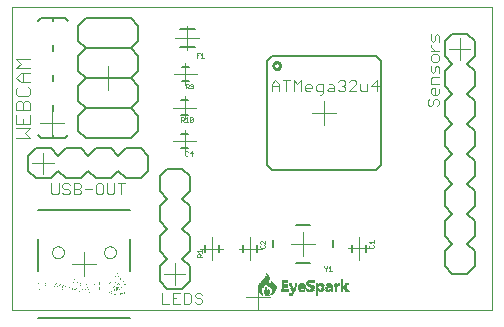
<source format=gto>
G75*
G70*
%OFA0B0*%
%FSLAX24Y24*%
%IPPOS*%
%LPD*%
%AMOC8*
5,1,8,0,0,1.08239X$1,22.5*
%
%ADD10C,0.0000*%
%ADD11C,0.0030*%
%ADD12C,0.0080*%
%ADD13C,0.0100*%
%ADD14C,0.0010*%
%ADD15C,0.0060*%
%ADD16C,0.0040*%
%ADD17C,0.0050*%
%ADD18R,0.0070X0.0010*%
%ADD19R,0.0100X0.0010*%
%ADD20R,0.0080X0.0010*%
%ADD21R,0.0090X0.0010*%
%ADD22R,0.0020X0.0010*%
%ADD23R,0.0120X0.0010*%
%ADD24R,0.0110X0.0010*%
%ADD25R,0.0010X0.0010*%
%ADD26R,0.0130X0.0010*%
%ADD27R,0.0040X0.0010*%
%ADD28R,0.0150X0.0010*%
%ADD29R,0.0160X0.0010*%
%ADD30R,0.0140X0.0010*%
%ADD31R,0.0060X0.0010*%
%ADD32R,0.0170X0.0010*%
%ADD33R,0.0050X0.0010*%
%ADD34R,0.0180X0.0010*%
%ADD35R,0.0190X0.0010*%
%ADD36R,0.0200X0.0010*%
%ADD37R,0.0240X0.0010*%
%ADD38R,0.0220X0.0010*%
%ADD39R,0.0230X0.0010*%
%ADD40R,0.0250X0.0010*%
%ADD41R,0.0210X0.0010*%
%ADD42R,0.0260X0.0010*%
%ADD43R,0.0030X0.0010*%
%ADD44R,0.0270X0.0010*%
%ADD45R,0.0280X0.0010*%
%ADD46R,0.0290X0.0010*%
%ADD47R,0.0300X0.0010*%
%ADD48R,0.0320X0.0010*%
D10*
X000180Y000416D02*
X000180Y010496D01*
X016180Y010496D01*
X016180Y000416D01*
X000180Y000416D01*
X002580Y001536D02*
X002580Y002336D01*
X002180Y001936D02*
X002980Y001936D01*
X003249Y002330D02*
X003251Y002357D01*
X003257Y002384D01*
X003266Y002410D01*
X003279Y002434D01*
X003295Y002457D01*
X003314Y002476D01*
X003336Y002493D01*
X003360Y002507D01*
X003385Y002517D01*
X003412Y002524D01*
X003439Y002527D01*
X003467Y002526D01*
X003494Y002521D01*
X003520Y002513D01*
X003544Y002501D01*
X003567Y002485D01*
X003588Y002467D01*
X003605Y002446D01*
X003620Y002422D01*
X003631Y002397D01*
X003639Y002371D01*
X003643Y002344D01*
X003643Y002316D01*
X003639Y002289D01*
X003631Y002263D01*
X003620Y002238D01*
X003605Y002214D01*
X003588Y002193D01*
X003567Y002175D01*
X003545Y002159D01*
X003520Y002147D01*
X003494Y002139D01*
X003467Y002134D01*
X003439Y002133D01*
X003412Y002136D01*
X003385Y002143D01*
X003360Y002153D01*
X003336Y002167D01*
X003314Y002184D01*
X003295Y002203D01*
X003279Y002226D01*
X003266Y002250D01*
X003257Y002276D01*
X003251Y002303D01*
X003249Y002330D01*
X001517Y002330D02*
X001519Y002357D01*
X001525Y002384D01*
X001534Y002410D01*
X001547Y002434D01*
X001563Y002457D01*
X001582Y002476D01*
X001604Y002493D01*
X001628Y002507D01*
X001653Y002517D01*
X001680Y002524D01*
X001707Y002527D01*
X001735Y002526D01*
X001762Y002521D01*
X001788Y002513D01*
X001812Y002501D01*
X001835Y002485D01*
X001856Y002467D01*
X001873Y002446D01*
X001888Y002422D01*
X001899Y002397D01*
X001907Y002371D01*
X001911Y002344D01*
X001911Y002316D01*
X001907Y002289D01*
X001899Y002263D01*
X001888Y002238D01*
X001873Y002214D01*
X001856Y002193D01*
X001835Y002175D01*
X001813Y002159D01*
X001788Y002147D01*
X001762Y002139D01*
X001735Y002134D01*
X001707Y002133D01*
X001680Y002136D01*
X001653Y002143D01*
X001628Y002153D01*
X001604Y002167D01*
X001582Y002184D01*
X001563Y002203D01*
X001547Y002226D01*
X001534Y002250D01*
X001525Y002276D01*
X001519Y002303D01*
X001517Y002330D01*
X005240Y001616D02*
X005960Y001616D01*
X005600Y001256D02*
X005600Y001976D01*
X006463Y002456D02*
X007217Y002456D01*
X007743Y002456D02*
X008497Y002456D01*
X008120Y002079D02*
X008120Y002833D01*
X006840Y002833D02*
X006840Y002079D01*
X008390Y001221D02*
X008390Y000431D01*
X007995Y000826D02*
X008785Y000826D01*
X009880Y002216D02*
X009880Y003016D01*
X009480Y002616D02*
X010280Y002616D01*
X011373Y002466D02*
X012127Y002466D01*
X011750Y002089D02*
X011750Y002843D01*
X006317Y006036D02*
X005563Y006036D01*
X005940Y005659D02*
X005940Y006413D01*
X005940Y006779D02*
X005940Y007533D01*
X005960Y007899D02*
X005960Y008653D01*
X006020Y009076D02*
X006020Y009876D01*
X005620Y009476D02*
X006420Y009476D01*
X006337Y008276D02*
X005583Y008276D01*
X005563Y007156D02*
X006317Y007156D01*
X003785Y008131D02*
X002985Y008131D01*
X003385Y007731D02*
X003385Y008531D01*
X001500Y007036D02*
X001500Y006236D01*
X001100Y006636D02*
X001900Y006636D01*
X001220Y005656D02*
X001220Y004936D01*
X000860Y005296D02*
X001580Y005296D01*
X010180Y006976D02*
X010980Y006976D01*
X010580Y006576D02*
X010580Y007376D01*
X014740Y009116D02*
X015460Y009116D01*
X015100Y008756D02*
X015100Y009476D01*
D11*
X014405Y009538D02*
X014405Y009353D01*
X014282Y009414D02*
X014220Y009353D01*
X014158Y009414D01*
X014158Y009600D01*
X014282Y009538D02*
X014282Y009414D01*
X014282Y009538D02*
X014343Y009600D01*
X014405Y009538D01*
X014158Y009231D02*
X014158Y009169D01*
X014282Y009046D01*
X014405Y009046D02*
X014158Y009046D01*
X014220Y008924D02*
X014158Y008863D01*
X014158Y008739D01*
X014220Y008677D01*
X014343Y008677D01*
X014405Y008739D01*
X014405Y008863D01*
X014343Y008924D01*
X014220Y008924D01*
X014158Y008556D02*
X014158Y008371D01*
X014220Y008309D01*
X014282Y008371D01*
X014282Y008494D01*
X014343Y008556D01*
X014405Y008494D01*
X014405Y008309D01*
X014405Y008188D02*
X014220Y008188D01*
X014158Y008126D01*
X014158Y007941D01*
X014405Y007941D01*
X014282Y007819D02*
X014282Y007573D01*
X014343Y007573D02*
X014220Y007573D01*
X014158Y007634D01*
X014158Y007758D01*
X014220Y007819D01*
X014282Y007819D01*
X014405Y007758D02*
X014405Y007634D01*
X014343Y007573D01*
X014343Y007451D02*
X014405Y007389D01*
X014405Y007266D01*
X014343Y007204D01*
X014220Y007266D02*
X014220Y007389D01*
X014282Y007451D01*
X014343Y007451D01*
X014220Y007266D02*
X014158Y007204D01*
X014096Y007204D01*
X014035Y007266D01*
X014035Y007389D01*
X014096Y007451D01*
X012397Y007876D02*
X012150Y007876D01*
X012335Y008061D01*
X012335Y007691D01*
X012028Y007691D02*
X012028Y007938D01*
X011782Y007938D02*
X011782Y007753D01*
X011843Y007691D01*
X012028Y007691D01*
X011660Y007691D02*
X011413Y007691D01*
X011660Y007938D01*
X011660Y008000D01*
X011598Y008061D01*
X011475Y008061D01*
X011413Y008000D01*
X011292Y008000D02*
X011292Y007938D01*
X011230Y007876D01*
X011292Y007814D01*
X011292Y007753D01*
X011230Y007691D01*
X011107Y007691D01*
X011045Y007753D01*
X010923Y007814D02*
X010738Y007814D01*
X010677Y007753D01*
X010738Y007691D01*
X010923Y007691D01*
X010923Y007876D01*
X010862Y007938D01*
X010738Y007938D01*
X010555Y007938D02*
X010370Y007938D01*
X010308Y007876D01*
X010308Y007753D01*
X010370Y007691D01*
X010555Y007691D01*
X010555Y007629D02*
X010555Y007938D01*
X010187Y007876D02*
X010187Y007814D01*
X009940Y007814D01*
X009940Y007753D02*
X009940Y007876D01*
X010002Y007938D01*
X010125Y007938D01*
X010187Y007876D01*
X010125Y007691D02*
X010002Y007691D01*
X009940Y007753D01*
X009819Y007691D02*
X009819Y008061D01*
X009695Y007938D01*
X009572Y008061D01*
X009572Y007691D01*
X009327Y007691D02*
X009327Y008061D01*
X009450Y008061D02*
X009203Y008061D01*
X009082Y007938D02*
X009082Y007691D01*
X009082Y007876D02*
X008835Y007876D01*
X008835Y007938D02*
X008835Y007691D01*
X008835Y007938D02*
X008958Y008061D01*
X009082Y007938D01*
X010432Y007568D02*
X010493Y007568D01*
X010555Y007629D01*
X011045Y008000D02*
X011107Y008061D01*
X011230Y008061D01*
X011292Y008000D01*
X011230Y007876D02*
X011168Y007876D01*
X003952Y004631D02*
X003705Y004631D01*
X003583Y004631D02*
X003583Y004323D01*
X003522Y004261D01*
X003398Y004261D01*
X003337Y004323D01*
X003337Y004631D01*
X003215Y004570D02*
X003153Y004631D01*
X003030Y004631D01*
X002968Y004570D01*
X002968Y004323D01*
X003030Y004261D01*
X003153Y004261D01*
X003215Y004323D01*
X003215Y004570D01*
X002847Y004446D02*
X002600Y004446D01*
X002479Y004384D02*
X002479Y004323D01*
X002417Y004261D01*
X002232Y004261D01*
X002232Y004631D01*
X002417Y004631D01*
X002479Y004570D01*
X002479Y004508D01*
X002417Y004446D01*
X002232Y004446D01*
X002110Y004384D02*
X002110Y004323D01*
X002048Y004261D01*
X001925Y004261D01*
X001863Y004323D01*
X001742Y004323D02*
X001680Y004261D01*
X001557Y004261D01*
X001495Y004323D01*
X001495Y004631D01*
X001742Y004631D02*
X001742Y004323D01*
X001925Y004446D02*
X002048Y004446D01*
X002110Y004384D01*
X002110Y004570D02*
X002048Y004631D01*
X001925Y004631D01*
X001863Y004570D01*
X001863Y004508D01*
X001925Y004446D01*
X002417Y004446D02*
X002479Y004384D01*
X003828Y004261D02*
X003828Y004631D01*
X005172Y000981D02*
X005172Y000611D01*
X005419Y000611D01*
X005540Y000611D02*
X005787Y000611D01*
X005908Y000611D02*
X006094Y000611D01*
X006155Y000673D01*
X006155Y000920D01*
X006094Y000981D01*
X005908Y000981D01*
X005908Y000611D01*
X005663Y000796D02*
X005540Y000796D01*
X005540Y000981D02*
X005540Y000611D01*
X005540Y000981D02*
X005787Y000981D01*
X006277Y000920D02*
X006277Y000858D01*
X006338Y000796D01*
X006462Y000796D01*
X006524Y000734D01*
X006524Y000673D01*
X006462Y000611D01*
X006338Y000611D01*
X006277Y000673D01*
X006277Y000920D02*
X006338Y000981D01*
X006462Y000981D01*
X006524Y000920D01*
D12*
X006100Y001366D02*
X006100Y001866D01*
X005850Y002116D01*
X006100Y002366D01*
X006100Y002866D01*
X005850Y003116D01*
X006100Y003366D01*
X006100Y003866D01*
X005850Y004116D01*
X006100Y004366D01*
X006100Y004866D01*
X005850Y005116D01*
X005350Y005116D01*
X005100Y004866D01*
X005100Y004366D01*
X005350Y004116D01*
X005100Y003866D01*
X005100Y003366D01*
X005350Y003116D01*
X005100Y002866D01*
X005100Y002366D01*
X005350Y002116D01*
X005100Y001866D01*
X005100Y001366D01*
X005350Y001116D01*
X005850Y001116D01*
X006100Y001366D01*
X008896Y002498D02*
X008896Y002734D01*
X009644Y003246D02*
X010116Y003246D01*
X010864Y002734D02*
X010864Y002498D01*
X010116Y001986D02*
X009644Y001986D01*
X008848Y005086D02*
X008690Y005244D01*
X008690Y008708D01*
X008848Y008866D01*
X012312Y008866D01*
X012470Y008708D01*
X012470Y005244D01*
X012312Y005086D01*
X008848Y005086D01*
X004720Y005046D02*
X004720Y005546D01*
X004470Y005796D01*
X003970Y005796D01*
X003720Y005546D01*
X003470Y005796D01*
X002970Y005796D01*
X002720Y005546D01*
X002470Y005796D01*
X001970Y005796D01*
X001720Y005546D01*
X001470Y005796D01*
X000970Y005796D01*
X000720Y005546D01*
X000720Y005046D01*
X000970Y004796D01*
X001470Y004796D01*
X001720Y005046D01*
X001970Y004796D01*
X002470Y004796D01*
X002720Y005046D01*
X002970Y004796D01*
X003470Y004796D01*
X003720Y005046D01*
X003970Y004796D01*
X004470Y004796D01*
X004720Y005046D01*
X002050Y006246D02*
X001940Y006136D01*
X001550Y006136D01*
X001160Y006136D01*
X001050Y006246D01*
X001550Y006236D02*
X001550Y006136D01*
X001550Y007036D02*
X001550Y007236D01*
X001550Y008036D02*
X001550Y008236D01*
X001550Y009036D02*
X001550Y009236D01*
X001050Y010026D02*
X001160Y010136D01*
X001550Y010136D01*
X001940Y010136D01*
X002050Y010026D01*
X001550Y010036D02*
X001550Y010136D01*
X005770Y009776D02*
X006270Y009776D01*
X006270Y009176D02*
X005770Y009176D01*
X014600Y009366D02*
X014600Y008866D01*
X014850Y008616D01*
X014600Y008366D01*
X014600Y007866D01*
X014850Y007616D01*
X014600Y007366D01*
X014600Y006866D01*
X014850Y006616D01*
X014600Y006366D01*
X014600Y005866D01*
X014850Y005616D01*
X014600Y005366D01*
X014600Y004866D01*
X014850Y004616D01*
X014600Y004366D01*
X014600Y003866D01*
X014850Y003616D01*
X014600Y003366D01*
X014600Y002866D01*
X014850Y002616D01*
X014600Y002366D01*
X014600Y001866D01*
X014850Y001616D01*
X015350Y001616D01*
X015600Y001866D01*
X015600Y002366D01*
X015350Y002616D01*
X015600Y002866D01*
X015600Y003366D01*
X015350Y003616D01*
X015600Y003866D01*
X015600Y004366D01*
X015350Y004616D01*
X015600Y004866D01*
X015600Y005366D01*
X015350Y005616D01*
X015600Y005866D01*
X015600Y006366D01*
X015350Y006616D01*
X015600Y006866D01*
X015600Y007366D01*
X015350Y007616D01*
X015600Y007866D01*
X015600Y008366D01*
X015350Y008616D01*
X015600Y008866D01*
X015600Y009366D01*
X015350Y009616D01*
X014850Y009616D01*
X014600Y009366D01*
D13*
X008894Y008551D02*
X008896Y008571D01*
X008901Y008591D01*
X008911Y008609D01*
X008923Y008626D01*
X008938Y008640D01*
X008956Y008650D01*
X008975Y008658D01*
X008995Y008662D01*
X009015Y008662D01*
X009035Y008658D01*
X009054Y008650D01*
X009072Y008640D01*
X009087Y008626D01*
X009099Y008609D01*
X009109Y008591D01*
X009114Y008571D01*
X009116Y008551D01*
X009114Y008531D01*
X009109Y008511D01*
X009099Y008493D01*
X009087Y008476D01*
X009072Y008462D01*
X009054Y008452D01*
X009035Y008444D01*
X009015Y008440D01*
X008995Y008440D01*
X008975Y008444D01*
X008956Y008452D01*
X008938Y008462D01*
X008923Y008476D01*
X008911Y008493D01*
X008901Y008511D01*
X008896Y008531D01*
X008894Y008551D01*
D14*
X006578Y008821D02*
X006478Y008821D01*
X006528Y008821D02*
X006528Y008971D01*
X006478Y008921D01*
X006430Y008971D02*
X006330Y008971D01*
X006330Y008821D01*
X006330Y008896D02*
X006380Y008896D01*
X006193Y007946D02*
X006143Y007946D01*
X006118Y007921D01*
X006118Y007896D01*
X006143Y007871D01*
X006218Y007871D01*
X006218Y007821D02*
X006218Y007921D01*
X006193Y007946D01*
X006070Y007921D02*
X006070Y007871D01*
X006045Y007846D01*
X005970Y007846D01*
X005970Y007796D02*
X005970Y007946D01*
X006045Y007946D01*
X006070Y007921D01*
X006020Y007846D02*
X006070Y007796D01*
X006118Y007821D02*
X006143Y007796D01*
X006193Y007796D01*
X006218Y007821D01*
X006173Y006826D02*
X006198Y006801D01*
X006098Y006701D01*
X006123Y006676D01*
X006173Y006676D01*
X006198Y006701D01*
X006198Y006801D01*
X006173Y006826D02*
X006123Y006826D01*
X006098Y006801D01*
X006098Y006701D01*
X006050Y006676D02*
X005950Y006676D01*
X005903Y006676D02*
X005853Y006726D01*
X005878Y006726D02*
X005803Y006726D01*
X005803Y006676D02*
X005803Y006826D01*
X005878Y006826D01*
X005903Y006801D01*
X005903Y006751D01*
X005878Y006726D01*
X005950Y006776D02*
X006000Y006826D01*
X006000Y006676D01*
X005975Y005706D02*
X005950Y005681D01*
X005950Y005581D01*
X005975Y005556D01*
X006025Y005556D01*
X006050Y005581D01*
X006098Y005631D02*
X006173Y005706D01*
X006173Y005556D01*
X006198Y005631D02*
X006098Y005631D01*
X006050Y005681D02*
X006025Y005706D01*
X005975Y005706D01*
X008475Y002714D02*
X008450Y002689D01*
X008450Y002639D01*
X008475Y002614D01*
X008475Y002566D02*
X008450Y002541D01*
X008450Y002491D01*
X008475Y002466D01*
X008575Y002466D01*
X008600Y002491D01*
X008600Y002541D01*
X008575Y002566D01*
X008600Y002614D02*
X008500Y002714D01*
X008475Y002714D01*
X008600Y002714D02*
X008600Y002614D01*
X010590Y001861D02*
X010590Y001836D01*
X010640Y001786D01*
X010640Y001711D01*
X010640Y001786D02*
X010690Y001836D01*
X010690Y001861D01*
X010738Y001811D02*
X010788Y001861D01*
X010788Y001711D01*
X010738Y001711D02*
X010838Y001711D01*
X012080Y002501D02*
X012105Y002476D01*
X012205Y002476D01*
X012230Y002501D01*
X012230Y002551D01*
X012205Y002576D01*
X012230Y002624D02*
X012230Y002724D01*
X012230Y002674D02*
X012080Y002674D01*
X012130Y002624D01*
X012105Y002576D02*
X012080Y002551D01*
X012080Y002501D01*
X006510Y002408D02*
X006510Y002308D01*
X006510Y002261D02*
X006460Y002211D01*
X006460Y002236D02*
X006460Y002161D01*
X006510Y002161D02*
X006360Y002161D01*
X006360Y002236D01*
X006385Y002261D01*
X006435Y002261D01*
X006460Y002236D01*
X006410Y002308D02*
X006360Y002358D01*
X006510Y002358D01*
D15*
X006604Y002338D02*
X006604Y002574D01*
X007076Y002574D02*
X007076Y002338D01*
X007884Y002338D02*
X007884Y002574D01*
X008356Y002574D02*
X008356Y002338D01*
X011514Y002348D02*
X011514Y002584D01*
X011986Y002584D02*
X011986Y002348D01*
X006058Y005800D02*
X005822Y005800D01*
X005822Y006272D02*
X006058Y006272D01*
X006058Y006920D02*
X005822Y006920D01*
X005822Y007392D02*
X006058Y007392D01*
X006078Y008040D02*
X005842Y008040D01*
X005842Y008512D02*
X006078Y008512D01*
X004385Y008381D02*
X004385Y008881D01*
X004135Y009131D01*
X004385Y009381D01*
X004385Y009881D01*
X004135Y010131D01*
X002635Y010131D01*
X002385Y009881D01*
X002385Y009381D01*
X002635Y009131D01*
X004135Y009131D01*
X004385Y008381D02*
X004135Y008131D01*
X002635Y008131D01*
X002385Y008381D01*
X002385Y008881D01*
X002635Y009131D01*
X002635Y008131D02*
X002385Y007881D01*
X002385Y007381D01*
X002635Y007131D01*
X004135Y007131D01*
X004385Y007381D01*
X004385Y007881D01*
X004135Y008131D01*
X004135Y007131D02*
X004385Y006881D01*
X004385Y006381D01*
X004135Y006131D01*
X002635Y006131D01*
X002385Y006381D01*
X002385Y006881D01*
X002635Y007131D01*
D16*
X000780Y007077D02*
X000780Y007307D01*
X000703Y007384D01*
X000627Y007384D01*
X000550Y007307D01*
X000550Y007077D01*
X000780Y007077D02*
X000320Y007077D01*
X000320Y007307D01*
X000396Y007384D01*
X000473Y007384D01*
X000550Y007307D01*
X000396Y007537D02*
X000703Y007537D01*
X000780Y007614D01*
X000780Y007767D01*
X000703Y007844D01*
X000780Y007998D02*
X000473Y007998D01*
X000320Y008151D01*
X000473Y008305D01*
X000780Y008305D01*
X000550Y008305D02*
X000550Y007998D01*
X000396Y007844D02*
X000320Y007767D01*
X000320Y007614D01*
X000396Y007537D01*
X000320Y006923D02*
X000320Y006616D01*
X000780Y006616D01*
X000780Y006923D01*
X000550Y006770D02*
X000550Y006616D01*
X000780Y006463D02*
X000320Y006463D01*
X000627Y006309D02*
X000780Y006463D01*
X000627Y006309D02*
X000780Y006156D01*
X000320Y006156D01*
X000320Y008458D02*
X000473Y008611D01*
X000320Y008765D01*
X000780Y008765D01*
X000780Y008458D02*
X000320Y008458D01*
D17*
X001045Y003747D02*
X004115Y003747D01*
X003840Y003747D02*
X003407Y003747D01*
X004115Y002763D02*
X004115Y001700D01*
X004115Y000125D02*
X001045Y000125D01*
X001045Y001700D02*
X001045Y002763D01*
X001320Y003747D02*
X001753Y003747D01*
D18*
X003670Y001116D03*
X003670Y001086D03*
X003670Y001076D03*
X008480Y000956D03*
X008490Y000946D03*
X008670Y000866D03*
X008880Y000956D03*
X008890Y000966D03*
X008640Y001096D03*
X008640Y001106D03*
X008650Y001116D03*
X008700Y001526D03*
X009850Y001276D03*
X010490Y001276D03*
X010480Y000996D03*
X010710Y000996D03*
X011080Y001266D03*
D19*
X010985Y001176D03*
X010985Y001166D03*
X010825Y001076D03*
X010685Y001116D03*
X010555Y001116D03*
X010555Y001106D03*
X010545Y001086D03*
X010545Y001076D03*
X010555Y001166D03*
X010555Y001176D03*
X010545Y001196D03*
X010365Y001186D03*
X010365Y001176D03*
X010365Y001096D03*
X010365Y001086D03*
X010225Y001096D03*
X010225Y001106D03*
X010215Y001126D03*
X010215Y001076D03*
X010055Y001066D03*
X009855Y000996D03*
X009775Y001066D03*
X009765Y001086D03*
X009775Y001206D03*
X009565Y001016D03*
X009565Y001006D03*
X009545Y000956D03*
X009535Y000946D03*
X009485Y001206D03*
X009475Y001226D03*
X009475Y001236D03*
X009465Y001256D03*
X009465Y001266D03*
X008915Y001016D03*
X008915Y001006D03*
X008675Y000876D03*
X008635Y001056D03*
X008465Y000986D03*
X008855Y001286D03*
X008695Y001496D03*
X010055Y001296D03*
X010055Y001286D03*
X010055Y001276D03*
X010055Y001266D03*
X010065Y001306D03*
X010165Y001386D03*
X011295Y001176D03*
X011305Y001186D03*
X011315Y001196D03*
X011315Y001206D03*
X011325Y001216D03*
X011335Y001226D03*
X011345Y001246D03*
X011355Y001256D03*
X011295Y001116D03*
X011295Y001106D03*
X011305Y001096D03*
X011315Y001086D03*
X011325Y001066D03*
X011335Y001056D03*
X011345Y001036D03*
D20*
X011075Y001256D03*
X010755Y001276D03*
X010665Y001086D03*
X009935Y001176D03*
X009935Y001186D03*
X009765Y001186D03*
X009645Y001216D03*
X009635Y001186D03*
X009635Y001176D03*
X009625Y001156D03*
X009625Y001146D03*
X009615Y001136D03*
X009615Y001126D03*
X009615Y001116D03*
X009515Y001116D03*
X009505Y001146D03*
X009475Y000876D03*
X008905Y000986D03*
X008895Y000976D03*
X008635Y001076D03*
X008635Y001086D03*
X008475Y000966D03*
X008855Y001296D03*
X008705Y001516D03*
X003665Y001106D03*
X003665Y001096D03*
D21*
X008470Y000976D03*
X008630Y001066D03*
X008910Y000996D03*
X009210Y001076D03*
X009210Y001086D03*
X009210Y001096D03*
X009210Y001106D03*
X009210Y001116D03*
X009210Y001126D03*
X009210Y001136D03*
X009210Y001146D03*
X009210Y001236D03*
X009210Y001246D03*
X009210Y001256D03*
X009210Y001266D03*
X009210Y001276D03*
X009210Y001286D03*
X009210Y001296D03*
X009210Y001306D03*
X009470Y001246D03*
X009480Y001216D03*
X009490Y001196D03*
X009490Y001186D03*
X009490Y001176D03*
X009500Y001166D03*
X009500Y001156D03*
X009510Y001136D03*
X009510Y001126D03*
X009630Y001166D03*
X009640Y001196D03*
X009640Y001206D03*
X009650Y001226D03*
X009650Y001236D03*
X009660Y001246D03*
X009660Y001256D03*
X009660Y001266D03*
X009770Y001196D03*
X009760Y001176D03*
X009760Y001106D03*
X009760Y001096D03*
X009770Y001076D03*
X009920Y001206D03*
X009930Y001196D03*
X010220Y001086D03*
X010360Y001106D03*
X010360Y001116D03*
X010360Y001126D03*
X010360Y001136D03*
X010360Y001146D03*
X010360Y001156D03*
X010360Y001166D03*
X010360Y001246D03*
X010360Y001256D03*
X010360Y001266D03*
X010550Y001186D03*
X010560Y001156D03*
X010560Y001146D03*
X010560Y001136D03*
X010560Y001126D03*
X010550Y001096D03*
X010670Y001096D03*
X010670Y001106D03*
X010670Y001076D03*
X010670Y001066D03*
X010830Y001086D03*
X010830Y001096D03*
X010830Y001106D03*
X010830Y001116D03*
X010830Y001186D03*
X010830Y001196D03*
X010820Y001206D03*
X010700Y001216D03*
X010830Y001016D03*
X010830Y001006D03*
X010980Y001006D03*
X010980Y001016D03*
X010980Y001026D03*
X010980Y001036D03*
X010980Y001046D03*
X010980Y001056D03*
X010980Y001066D03*
X010980Y001076D03*
X010980Y001086D03*
X010980Y001096D03*
X010980Y001106D03*
X010980Y001116D03*
X010980Y001126D03*
X010980Y001136D03*
X010980Y001146D03*
X010980Y001156D03*
X010980Y001256D03*
X010980Y001266D03*
X011190Y001266D03*
X011190Y001256D03*
X011190Y001246D03*
X011190Y001236D03*
X011190Y001226D03*
X011190Y001216D03*
X011190Y001206D03*
X011190Y001196D03*
X011190Y001186D03*
X011190Y001176D03*
X011190Y001166D03*
X011190Y001116D03*
X011190Y001106D03*
X011190Y001096D03*
X011190Y001086D03*
X011190Y001076D03*
X011190Y001066D03*
X011190Y001056D03*
X011190Y001046D03*
X011190Y001036D03*
X011190Y001026D03*
X011190Y001016D03*
X011190Y001006D03*
X011290Y001166D03*
X011190Y001276D03*
X011190Y001286D03*
X011190Y001296D03*
X011190Y001306D03*
X011190Y001316D03*
X011190Y001326D03*
X011190Y001336D03*
X011190Y001346D03*
X011190Y001356D03*
X011190Y001366D03*
X011190Y001376D03*
X011190Y001386D03*
X011190Y001396D03*
X010360Y001016D03*
X010360Y001006D03*
X010360Y000996D03*
X010360Y000986D03*
X010360Y000976D03*
X010360Y000966D03*
X010360Y000956D03*
X010360Y000946D03*
X010360Y000936D03*
X010360Y000926D03*
X010360Y000916D03*
X010360Y000906D03*
X010360Y000896D03*
X010360Y000886D03*
X010360Y000876D03*
X009560Y000986D03*
X009560Y000996D03*
X009550Y000976D03*
X009550Y000966D03*
X008700Y001506D03*
D22*
X008685Y001586D03*
X008845Y001326D03*
X008815Y000896D03*
X008795Y000886D03*
X008555Y000886D03*
X008535Y000896D03*
X009435Y000946D03*
X010015Y001096D03*
X010245Y001296D03*
X010665Y001196D03*
X011105Y001196D03*
X002265Y001076D03*
D23*
X008455Y001026D03*
X008455Y001016D03*
X008635Y001046D03*
X008675Y000886D03*
X008915Y001036D03*
X009485Y000896D03*
X009565Y001036D03*
X009565Y001046D03*
X010115Y000996D03*
X010205Y001136D03*
X010375Y001066D03*
X010995Y001196D03*
X008695Y001476D03*
D24*
X008700Y001486D03*
X008920Y001026D03*
X008460Y001006D03*
X008460Y000996D03*
X009480Y000886D03*
X009560Y001026D03*
X009790Y001216D03*
X009910Y001216D03*
X010060Y001256D03*
X010220Y001116D03*
X010370Y001076D03*
X010370Y001196D03*
X010490Y001266D03*
X010540Y001206D03*
X010530Y001066D03*
X010480Y001006D03*
X010710Y001006D03*
X010820Y001066D03*
X010820Y001176D03*
X010810Y001216D03*
X010990Y001186D03*
X011320Y001076D03*
X011340Y001046D03*
X011350Y001026D03*
X011360Y001016D03*
X011370Y001006D03*
X011340Y001236D03*
X011360Y001266D03*
D25*
X009950Y001076D03*
X008800Y000896D03*
X008750Y001066D03*
X008750Y001076D03*
X008550Y000896D03*
X008680Y001596D03*
X003970Y001226D03*
X003960Y001246D03*
X003910Y001326D03*
X003820Y001416D03*
X003810Y001426D03*
X003740Y001496D03*
X003630Y001506D03*
X003700Y001616D03*
X003640Y001316D03*
X003630Y001306D03*
X003710Y001226D03*
X003720Y001236D03*
X003760Y001276D03*
X003790Y001226D03*
X003750Y001136D03*
X003790Y001086D03*
X003840Y001126D03*
X003950Y000976D03*
X003940Y000966D03*
X003930Y000956D03*
X003890Y000926D03*
X003840Y000926D03*
X003810Y000896D03*
X003800Y000956D03*
X003640Y000906D03*
X003600Y000896D03*
X003520Y000926D03*
X003520Y000996D03*
X003460Y000966D03*
X003450Y000976D03*
X003440Y000986D03*
X003610Y001036D03*
X003620Y001076D03*
X003570Y001126D03*
X003580Y001136D03*
X003590Y001146D03*
X003620Y001166D03*
X003440Y001266D03*
X003460Y001286D03*
X003470Y001296D03*
X003120Y001296D03*
X003120Y001286D03*
X003120Y001276D03*
X003120Y001266D03*
X003120Y001256D03*
X003120Y001246D03*
X003120Y001306D03*
X003120Y001316D03*
X002960Y001256D03*
X003120Y001156D03*
X003120Y001146D03*
X003120Y001136D03*
X003120Y001126D03*
X003120Y001116D03*
X003120Y001106D03*
X003120Y001096D03*
X003120Y001086D03*
X002780Y000986D03*
X002750Y001066D03*
X002720Y001146D03*
X002690Y001226D03*
X002490Y001196D03*
X002490Y001286D03*
X002370Y001316D03*
X002260Y001316D03*
X002270Y001396D03*
X001970Y001176D03*
X001900Y001216D03*
X001870Y001166D03*
X001870Y001136D03*
X001890Y001086D03*
X001780Y001196D03*
X001800Y001246D03*
X001710Y001166D03*
X001620Y001186D03*
X001630Y001226D03*
X001670Y001286D03*
X001320Y001206D03*
X001310Y001286D03*
X001080Y001266D03*
X001100Y001066D03*
X002110Y001136D03*
X002210Y001096D03*
X002220Y001086D03*
X002320Y001086D03*
X002340Y001096D03*
X002440Y001016D03*
X002550Y001076D03*
X002650Y001066D03*
D26*
X008450Y001046D03*
X008450Y001036D03*
X008670Y000896D03*
X008920Y001046D03*
X008920Y001056D03*
X008690Y001466D03*
X009560Y001056D03*
X009490Y000906D03*
X009850Y001266D03*
X010070Y001246D03*
X010380Y001206D03*
X010710Y001016D03*
D27*
X010675Y001206D03*
X011095Y001276D03*
X010235Y001306D03*
X008855Y001316D03*
X008695Y001566D03*
X008745Y001046D03*
X008835Y000916D03*
X008825Y000906D03*
X008525Y000906D03*
X008515Y000916D03*
D28*
X008670Y000906D03*
X008460Y001096D03*
X008460Y001106D03*
X008460Y001116D03*
X008680Y001446D03*
X009560Y001076D03*
X009500Y000926D03*
X009860Y001006D03*
X010750Y001266D03*
D29*
X010495Y001246D03*
X010185Y001156D03*
X010095Y001226D03*
X009855Y001256D03*
X009565Y001096D03*
X009565Y001086D03*
X009505Y000936D03*
X008915Y001086D03*
X008675Y000916D03*
X008465Y001126D03*
X008465Y001136D03*
X008675Y001436D03*
D30*
X008685Y001456D03*
X008455Y001086D03*
X008455Y001076D03*
X008455Y001066D03*
X008455Y001056D03*
X008915Y001066D03*
X008915Y001076D03*
X009495Y000916D03*
X009565Y001066D03*
X010085Y001236D03*
X010195Y001146D03*
X010195Y001066D03*
X010485Y001016D03*
X010495Y001256D03*
D31*
X008855Y001306D03*
X008705Y001536D03*
X008875Y000946D03*
X008865Y000936D03*
X008505Y000926D03*
X008495Y000936D03*
X003665Y001126D03*
X003665Y001136D03*
D32*
X008470Y001146D03*
X008470Y001156D03*
X008480Y001166D03*
X008480Y001176D03*
X008490Y001196D03*
X008500Y001216D03*
X008670Y001426D03*
X008910Y001096D03*
X008670Y000926D03*
X009560Y001106D03*
X010110Y001216D03*
X010170Y001166D03*
D33*
X010030Y001076D03*
X008850Y000926D03*
X008660Y001126D03*
X008700Y001546D03*
X008700Y001556D03*
X003670Y001146D03*
X003670Y001066D03*
D34*
X008485Y001186D03*
X008495Y001206D03*
X008505Y001226D03*
X008515Y001236D03*
X008515Y001246D03*
X008525Y001256D03*
X008525Y001266D03*
X008535Y001276D03*
X008655Y001406D03*
X008665Y001416D03*
X008905Y001116D03*
X008905Y001106D03*
X008675Y000946D03*
X008675Y000936D03*
X010115Y001006D03*
X010155Y001176D03*
X010145Y001186D03*
X010165Y001376D03*
X010745Y001256D03*
X010785Y001166D03*
X011025Y001206D03*
X011025Y001216D03*
X011025Y001226D03*
X011025Y001236D03*
X011025Y001246D03*
X011235Y001146D03*
X011235Y001136D03*
D35*
X011240Y001126D03*
X011240Y001156D03*
X010750Y001246D03*
X010130Y001196D03*
X010120Y001206D03*
X009850Y001246D03*
X009860Y001016D03*
X008900Y001126D03*
X008670Y001036D03*
X008670Y001026D03*
X008670Y000966D03*
X008670Y000956D03*
D36*
X008675Y000976D03*
X008675Y000986D03*
X008675Y000996D03*
X008675Y001006D03*
X008675Y001016D03*
X008895Y001136D03*
X008645Y001396D03*
X009855Y001026D03*
X010155Y001366D03*
X010755Y001236D03*
X010775Y001156D03*
D37*
X010755Y001126D03*
X010755Y001036D03*
X010755Y001026D03*
X010125Y001036D03*
X010135Y001316D03*
X010135Y001326D03*
X009285Y001066D03*
X009285Y001056D03*
X009285Y001046D03*
X009285Y001036D03*
X009285Y001026D03*
X009285Y001016D03*
X009285Y001006D03*
X008865Y001166D03*
X008615Y001346D03*
X008605Y001336D03*
D38*
X008625Y001366D03*
X008875Y001156D03*
X008885Y001146D03*
X009275Y001156D03*
X009275Y001166D03*
X009275Y001176D03*
X009275Y001186D03*
X009275Y001196D03*
X009275Y001206D03*
X009275Y001216D03*
X009275Y001226D03*
X009845Y001056D03*
X009845Y001046D03*
X010115Y001016D03*
X010145Y001346D03*
X010765Y001146D03*
D39*
X010760Y001136D03*
X010120Y001026D03*
X010140Y001336D03*
X009280Y001336D03*
X009280Y001326D03*
X009280Y001316D03*
X009280Y001346D03*
X009280Y001356D03*
X009280Y001366D03*
X009280Y001376D03*
X008620Y001356D03*
D40*
X010130Y001046D03*
X010440Y001026D03*
X010750Y001046D03*
X010750Y001056D03*
D41*
X010760Y001226D03*
X010150Y001356D03*
X009850Y001236D03*
X009850Y001226D03*
X009850Y001036D03*
X008640Y001386D03*
X008630Y001376D03*
D42*
X008605Y001326D03*
X008605Y001316D03*
X008855Y001176D03*
X009845Y001166D03*
X009845Y001156D03*
X009845Y001146D03*
X009845Y001136D03*
X009845Y001126D03*
X009845Y001116D03*
X010135Y001056D03*
X010445Y001046D03*
X010445Y001036D03*
X010445Y001236D03*
D43*
X010020Y001086D03*
X009940Y001066D03*
X008750Y001056D03*
X008690Y001576D03*
X003670Y001056D03*
D44*
X008600Y001306D03*
X010450Y001226D03*
X010450Y001056D03*
D45*
X010455Y001216D03*
X008845Y001186D03*
X008835Y001196D03*
X008775Y001276D03*
D46*
X008820Y001216D03*
X008830Y001206D03*
X008600Y001296D03*
D47*
X008785Y001266D03*
X008785Y001256D03*
X008795Y001246D03*
X008805Y001236D03*
X008815Y001226D03*
D48*
X008605Y001286D03*
M02*

</source>
